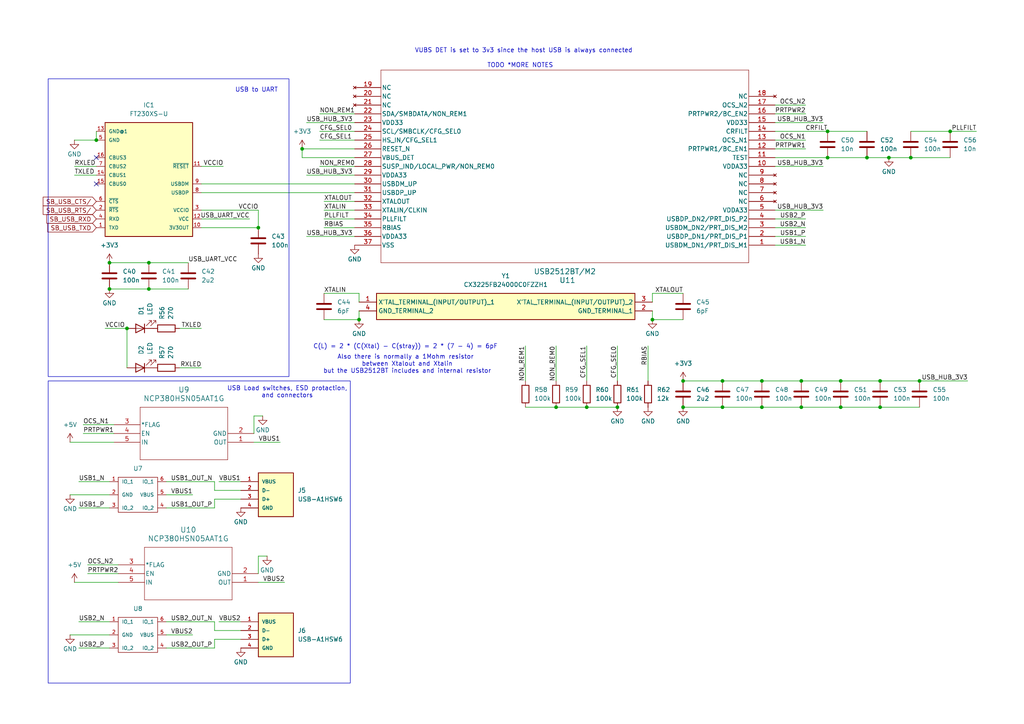
<source format=kicad_sch>
(kicad_sch (version 20250114) (generator "eeschema") (generator_version "9.0")
  (paper "A4")
  (lib_symbols
    (symbol "Device:C" (pin_numbers (hide yes)) (pin_names (offset 0.254))
      (property "Reference" "C" (at 0.635 2.54 0))
      (property "Value" "C" (at 0.635 -2.54 0))
      (symbol "C_0_1"
        (polyline (pts (xy -2.032 0.762) (xy 2.032 0.762)) (stroke (width 0.508)))
        (polyline (pts (xy -2.032 -0.762) (xy 2.032 -0.762)) (stroke (width 0.508)))
      )
      (symbol "C_1_1"
        (pin passive line (at 0 3.81 270) (length 2.794) (name "~") (number "1"))
        (pin passive line (at 0 -3.81 90) (length 2.794) (name "~") (number "2"))
      )
    )
    (symbol "Device:LED" (pin_numbers (hide yes)) (pin_names (offset 1.016) (hide yes))
      (property "Reference" "D" (at 0 2.54 0))
      (property "Value" "LED" (at 0 -2.54 0))
      (symbol "LED_0_1"
        (polyline (pts (xy -3.048 -0.762) (xy -4.572 -2.286) (xy -3.81 -2.286) (xy -4.572 -2.286) (xy -4.572 -1.524)))
        (polyline (pts (xy -1.778 -0.762) (xy -3.302 -2.286) (xy -2.54 -2.286) (xy -3.302 -2.286) (xy -3.302 -1.524)))
        (polyline (pts (xy -1.27 0) (xy 1.27 0)))
        (polyline (pts (xy -1.27 -1.27) (xy -1.27 1.27)) (stroke (width 0.254)))
        (polyline (pts (xy 1.27 -1.27) (xy 1.27 1.27) (xy -1.27 0) (xy 1.27 -1.27)) (stroke (width 0.254)))
      )
      (symbol "LED_1_1"
        (pin passive line (at -3.81 0 0) (length 2.54) (name "K") (number "1"))
        (pin passive line (at 3.81 0 180) (length 2.54) (name "A") (number "2"))
      )
    )
    (symbol "Device:R" (pin_numbers (hide yes)) (pin_names (offset 0))
      (property "Reference" "R" (at 2.032 0 90))
      (property "Value" "R" (at 0 0 90))
      (symbol "R_0_1"
        (rectangle (start -1.016 -2.54) (end 1.016 2.54) (stroke (width 0.254)))
      )
      (symbol "R_1_1"
        (pin passive line (at 0 3.81 270) (length 1.27) (name "~") (number "1"))
        (pin passive line (at 0 -3.81 90) (length 1.27) (name "~") (number "2"))
      )
    )
    (symbol "Test:CX3225FB24000C0FZZH1"
      (property "Reference" "Y" (at 24.13 7.366 0))
      (property "Value" "CX3225FB24000C0FZZH1" (at 24.13 4.826 0))
      (symbol "CX3225FB24000C0FZZH1_1_1"
        (rectangle (start 5.08 2.54) (end 80.01 -5.08) (stroke (width 0.254)) (fill (type background)))
        (pin passive line (at 0 0 0) (length 5.08) (name "X'TAL_TERMINAL_(INPUT/OUTPUT)_1") (number "1"))
        (pin passive line (at 0 -2.54 0) (length 5.08) (name "GND_TERMINAL_2") (number "4"))
        (pin passive line (at 85.09 0 180) (length 5.08) (name "X'TAL_TERMINAL_(INPUT/OUTPUT)_2") (number "3"))
        (pin passive line (at 85.09 -2.54 180) (length 5.08) (name "GND_TERMINAL_1") (number "2"))
      )
    )
    (symbol "Test:FT230XS-U" (pin_names (offset 1.016))
      (property "Reference" "IC" (at -12.7127 11.4414 0))
      (property "Value" "FT230XS-U" (at -12.7296 -25.4593 0))
      (symbol "FT230XS-U_0_0"
        (rectangle (start -12.7 -22.86) (end 12.7 10.16) (stroke (width 0.254)) (fill (type background)))
        (pin output line (at -15.24 7.62 0) (length 2.54) (name "3V3OUT") (number "10"))
        (pin power_in line (at -15.24 5.08 0) (length 2.54) (name "VCC") (number "12"))
        (pin power_in line (at -15.24 2.54 0) (length 2.54) (name "VCCIO") (number "3"))
        (pin input line (at -15.24 -2.54 0) (length 2.54) (name "USBDP") (number "8"))
        (pin input line (at -15.24 -5.08 0) (length 2.54) (name "USBDM") (number "9"))
        (pin input line (at -15.24 -10.16 0) (length 2.54) (name "~{RESET}") (number "11"))
        (pin output line (at 15.24 7.62 180) (length 2.54) (name "TXD") (number "1"))
        (pin input line (at 15.24 5.08 180) (length 2.54) (name "RXD") (number "4"))
        (pin output line (at 15.24 2.54 180) (length 2.54) (name "~{RTS}") (number "2"))
        (pin input line (at 15.24 0 180) (length 2.54) (name "~{CTS}") (number "6"))
        (pin bidirectional line (at 15.24 -5.08 180) (length 2.54) (name "CBUS0") (number "15"))
        (pin bidirectional line (at 15.24 -7.62 180) (length 2.54) (name "CBUS1") (number "14"))
        (pin bidirectional line (at 15.24 -10.16 180) (length 2.54) (name "CBUS2") (number "7"))
        (pin bidirectional line (at 15.24 -12.7 180) (length 2.54) (name "CBUS3") (number "16"))
        (pin power_in line (at 15.24 -17.78 180) (length 2.54) (name "GND") (number "5"))
        (pin power_in line (at 15.24 -20.32 180) (length 2.54) (name "GND@1") (number "13"))
      )
    )
    (symbol "Test:NCP380HSN05AAT1G" (pin_names (offset 0.254))
      (property "Reference" "U" (at 20.32 10.16 0))
      (property "Value" "NCP380HSN05AAT1G" (at 20.32 7.62 0))
      (symbol "NCP380HSN05AAT1G_0_1"
        (polyline (pts (xy 7.62 5.08) (xy 7.62 -10.16)) (stroke (width 0.127)))
        (polyline (pts (xy 7.62 -10.16) (xy 33.02 -10.16)) (stroke (width 0.127)))
        (polyline (pts (xy 33.02 5.08) (xy 7.62 5.08)) (stroke (width 0.127)))
        (polyline (pts (xy 33.02 -10.16) (xy 33.02 5.08)) (stroke (width 0.127)))
        (pin output line (at 0 0 0) (length 7.62) (name "OUT") (number "1"))
        (pin power_in line (at 0 -2.54 0) (length 7.62) (name "GND") (number "2"))
        (pin input line (at 40.64 0 180) (length 7.62) (name "IN") (number "5"))
        (pin input line (at 40.64 -2.54 180) (length 7.62) (name "EN") (number "4"))
        (pin output line (at 40.64 -5.08 180) (length 7.62) (name "*FLAG") (number "3"))
      )
    )
    (symbol "Test:USB-A1HSW6" (pin_names (offset 1.016))
      (property "Reference" "J" (at -5.0818 8.898 0))
      (property "Value" "USB-A1HSW6" (at -5.0836 -7.6344 0))
      (symbol "USB-A1HSW6_0_0"
        (rectangle (start -5.08 -5.08) (end 5.08 7.62) (stroke (width 0.254)) (fill (type background)))
        (pin power_in line (at -10.16 5.08 0) (length 5.08) (name "VBUS") (number "1"))
        (pin bidirectional line (at -10.16 2.54 0) (length 5.08) (name "D-") (number "2"))
        (pin bidirectional line (at -10.16 0 0) (length 5.08) (name "D+") (number "3"))
        (pin power_in line (at -10.16 -2.54 0) (length 5.08) (name "GND") (number "4"))
      )
    )
    (symbol "Test:USB2512BT_M2" (pin_names (offset 0.254))
      (property "Reference" "U" (at 60.96 10.16 0))
      (property "Value" "USB2512BT/M2" (at 60.96 7.62 0))
      (symbol "USB2512BT_M2_0_1"
        (polyline (pts (xy 7.62 5.08) (xy 7.62 -50.8)) (stroke (width 0.127)))
        (polyline (pts (xy 7.62 -50.8) (xy 114.3 -50.8)) (stroke (width 0.127)))
        (polyline (pts (xy 114.3 5.08) (xy 7.62 5.08)) (stroke (width 0.127)))
        (polyline (pts (xy 114.3 -50.8) (xy 114.3 5.08)) (stroke (width 0.127)))
        (pin bidirectional line (at 0 0 0) (length 7.62) (name "USBDM_DN1/PRT_DIS_M1") (number "1"))
        (pin bidirectional line (at 0 -2.54 0) (length 7.62) (name "USBDP_DN1/PRT_DIS_P1") (number "2"))
        (pin bidirectional line (at 0 -5.08 0) (length 7.62) (name "USBDM_DN2/PRT_DIS_M2") (number "3"))
        (pin bidirectional line (at 0 -7.62 0) (length 7.62) (name "USBDP_DN2/PRT_DIS_P2") (number "4"))
        (pin power_in line (at 0 -10.16 0) (length 7.62) (name "VDDA33") (number "5"))
        (pin no_connect line (at 0 -12.7 0) (length 7.62) (name "NC") (number "6"))
        (pin no_connect line (at 0 -15.24 0) (length 7.62) (name "NC") (number "7"))
        (pin no_connect line (at 0 -17.78 0) (length 7.62) (name "NC") (number "8"))
        (pin no_connect line (at 0 -20.32 0) (length 7.62) (name "NC") (number "9"))
        (pin power_in line (at 0 -22.86 0) (length 7.62) (name "VDDA33") (number "10"))
        (pin input line (at 0 -25.4 0) (length 7.62) (name "TEST") (number "11"))
        (pin bidirectional line (at 0 -27.94 0) (length 7.62) (name "PRTPWR1/BC_EN1") (number "12"))
        (pin input line (at 0 -30.48 0) (length 7.62) (name "OCS_N1") (number "13"))
        (pin power_in line (at 0 -33.02 0) (length 7.62) (name "CRFILT") (number "14"))
        (pin power_in line (at 0 -35.56 0) (length 7.62) (name "VDD33") (number "15"))
        (pin bidirectional line (at 0 -38.1 0) (length 7.62) (name "PRTPWR2/BC_EN2") (number "16"))
        (pin input line (at 0 -40.64 0) (length 7.62) (name "OCS_N2") (number "17"))
        (pin no_connect line (at 0 -43.18 0) (length 7.62) (name "NC") (number "18"))
        (pin power_out line (at 121.92 0 180) (length 7.62) (name "VSS") (number "37"))
        (pin power_in line (at 121.92 -2.54 180) (length 7.62) (name "VDDA33") (number "36"))
        (pin input line (at 121.92 -5.08 180) (length 7.62) (name "RBIAS") (number "35"))
        (pin power_in line (at 121.92 -7.62 180) (length 7.62) (name "PLLFILT") (number "34"))
        (pin input line (at 121.92 -10.16 180) (length 7.62) (name "XTALIN/CLKIN") (number "33"))
        (pin output line (at 121.92 -12.7 180) (length 7.62) (name "XTALOUT") (number "32"))
        (pin bidirectional line (at 121.92 -15.24 180) (length 7.62) (name "USBDP_UP") (number "31"))
        (pin bidirectional line (at 121.92 -17.78 180) (length 7.62) (name "USBDM_UP") (number "30"))
        (pin power_in line (at 121.92 -20.32 180) (length 7.62) (name "VDDA33") (number "29"))
        (pin bidirectional line (at 121.92 -22.86 180) (length 7.62) (name "SUSP_IND/LOCAL_PWR/NON_REM0") (number "28"))
        (pin input line (at 121.92 -25.4 180) (length 7.62) (name "VBUS_DET") (number "27"))
        (pin input line (at 121.92 -27.94 180) (length 7.62) (name "RESET_N") (number "26"))
        (pin bidirectional line (at 121.92 -30.48 180) (length 7.62) (name "HS_IN/CFG_SEL1") (number "25"))
        (pin bidirectional line (at 121.92 -33.02 180) (length 7.62) (name "SCL/SMBCLK/CFG_SEL0") (number "24"))
        (pin power_in line (at 121.92 -35.56 180) (length 7.62) (name "VDD33") (number "23"))
        (pin bidirectional line (at 121.92 -38.1 180) (length 7.62) (name "SDA/SMBDATA/NON_REM1") (number "22"))
        (pin no_connect line (at 121.92 -40.64 180) (length 7.62) (name "NC") (number "21"))
        (pin no_connect line (at 121.92 -43.18 180) (length 7.62) (name "NC") (number "20"))
        (pin no_connect line (at 121.92 -45.72 180) (length 7.62) (name "NC") (number "19"))
      )
    )
    (symbol "Test:USBLC6-2SC6" (pin_names (offset 1.016))
      (property "Reference" "U" (at -15.2693 17.8093 0))
      (symbol "USBLC6-2SC6_0_1"
        (rectangle (start 0 0) (end 11.43 -10.16))
      )
      (symbol "USBLC6-2SC6_1_0"
        (pin bidirectional line (at -2.54 -1.27 0) (length 2.54) (name "IO_1") (number "1"))
        (pin power_in line (at -2.54 -5.08 0) (length 2.54) (name "GND") (number "2"))
        (pin bidirectional line (at -2.54 -8.89 0) (length 2.54) (name "IO_2") (number "3"))
        (pin bidirectional line (at 13.97 -1.27 180) (length 2.54) (name "IO_1") (number "6"))
        (pin power_in line (at 13.97 -5.08 180) (length 2.54) (name "VBUS") (number "5"))
        (pin bidirectional line (at 13.97 -8.89 180) (length 2.54) (name "IO_2") (number "4"))
      )
    )
    (symbol "power:+3V3" (power) (pin_numbers (hide yes)) (pin_names (offset 0) (hide yes))
      (property "Value" "+3V3" (at 0 3.556 0))
      (symbol "+3V3_0_1"
        (polyline (pts (xy -0.762 1.27) (xy 0 2.54)))
        (polyline (pts (xy 0 2.54) (xy 0.762 1.27)))
        (polyline (pts (xy 0 0) (xy 0 2.54)))
      )
      (symbol "+3V3_1_1"
        (pin power_in line (at 0 0 90) (length 0) (name "~") (number "1"))
      )
    )
    (symbol "power:+5V" (power) (pin_numbers (hide yes)) (pin_names (offset 0) (hide yes))
      (property "Value" "+5V" (at 0 3.556 0))
      (symbol "+5V_0_1"
        (polyline (pts (xy -0.762 1.27) (xy 0 2.54)))
        (polyline (pts (xy 0 2.54) (xy 0.762 1.27)))
        (polyline (pts (xy 0 0) (xy 0 2.54)))
      )
      (symbol "+5V_1_1"
        (pin power_in line (at 0 0 90) (length 0) (name "~") (number "1"))
      )
    )
    (symbol "power:GND" (power) (pin_numbers (hide yes)) (pin_names (offset 0) (hide yes))
      (property "Value" "GND" (at 0 -3.81 0))
      (symbol "GND_0_1"
        (polyline (pts (xy 0 0) (xy 0 -1.27) (xy 1.27 -1.27) (xy 0 -2.54) (xy -1.27 -1.27) (xy 0 -1.27)))
      )
      (symbol "GND_1_1"
        (pin power_in line (at 0 0 270) (length 0) (name "~") (number "1"))
      )
    )
  )
  (rectangle (start 13.97 22.86) (end 83.82 109.22))
  (rectangle (start 13.97 110.49) (end 101.6 198.12))
  (text "USB to UART\n" (at 74.422 26.162 0) (effects (font (size 1.27 1.27))))
  (text "C(L) = 2 * (C(Xtal) - C(stray)) = 2 * (7 - 4) = 6pF\n" (at 117.602 100.584 0) (effects (font (size 1.27 1.27))))
  (text "Also there is normally a 1Mohm resistor \nbetween Xtalout and Xtalin\nbut the USB2512BT includes and internal resistor\n" (at 118.11 105.664 0) (effects (font (size 1.27 1.27))))
  (text "TODO *MORE NOTES" (at 150.876 19.05 0) (effects (font (size 1.27 1.27))))
  (text "VUBS DET is set to 3v3 since the host USB is always connected" (at 151.892 14.732 0) (effects (font (size 1.27 1.27))))
  (text "USB Load switches, ESD protaction,\nand connectors\n\n" (at 83.312 114.808 0) (effects (font (size 1.27 1.27))))
  (junction (at 179.07 118.11))
  (junction (at 189.23 92.71))
  (junction (at 161.29 118.11))
  (junction (at 232.41 118.11))
  (junction (at 104.14 92.71))
  (junction (at 74.93 66.04))
  (junction (at 198.12 110.49))
  (junction (at 257.81 45.72))
  (junction (at 243.84 118.11))
  (junction (at 170.18 118.11))
  (junction (at 31.75 76.2))
  (junction (at 209.55 118.11))
  (junction (at 220.98 118.11))
  (junction (at 240.03 45.72))
  (junction (at 240.03 38.1))
  (junction (at 31.75 83.82))
  (junction (at 36.83 95.25))
  (junction (at 209.55 110.49))
  (junction (at 251.46 45.72))
  (junction (at 264.16 45.72))
  (junction (at 243.84 110.49))
  (junction (at 255.27 118.11))
  (junction (at 43.18 76.2))
  (junction (at 220.98 110.49))
  (junction (at 198.12 118.11))
  (junction (at 43.18 83.82))
  (junction (at 255.27 110.49))
  (junction (at 87.63 43.18))
  (junction (at 266.7 110.49))
  (junction (at 275.59 38.1))
  (junction (at 232.41 110.49))
  (junction (at 27.94 40.64))
  (no_connect (at 27.94 53.34))
  (no_connect (at 27.94 45.72))
  (wire (pts (xy 20.32 184.15) (xy 31.75 184.15)))
  (wire (pts (xy 58.42 55.88) (xy 102.87 55.88)))
  (wire (pts (xy 170.18 118.11) (xy 179.07 118.11)))
  (wire (pts (xy 24.13 123.19) (xy 33.02 123.19)))
  (wire (pts (xy 62.23 142.24) (xy 69.85 142.24)))
  (wire (pts (xy 198.12 118.11) (xy 209.55 118.11)))
  (wire (pts (xy 74.93 168.91) (xy 82.55 168.91)))
  (wire (pts (xy 92.71 40.64) (xy 102.87 40.64)))
  (wire (pts (xy 104.14 85.09) (xy 93.98 85.09)))
  (wire (pts (xy 27.94 48.26) (xy 21.59 48.26)))
  (wire (pts (xy 209.55 118.11) (xy 220.98 118.11)))
  (wire (pts (xy 187.96 100.33) (xy 187.96 110.49)))
  (wire (pts (xy 87.63 45.72) (xy 102.87 45.72)))
  (wire (pts (xy 240.03 45.72) (xy 251.46 45.72)))
  (wire (pts (xy 43.18 83.82) (xy 54.61 83.82)))
  (wire (pts (xy 73.66 128.27) (xy 81.28 128.27)))
  (wire (pts (xy 189.23 92.71) (xy 198.12 92.71)))
  (wire (pts (xy 189.23 87.63) (xy 189.23 85.09)))
  (wire (pts (xy 73.66 120.65) (xy 76.2 120.65)))
  (wire (pts (xy 24.13 125.73) (xy 33.02 125.73)))
  (wire (pts (xy 161.29 118.11) (xy 170.18 118.11)))
  (wire (pts (xy 243.84 118.11) (xy 255.27 118.11)))
  (wire (pts (xy 264.16 38.1) (xy 275.59 38.1)))
  (wire (pts (xy 280.67 110.49) (xy 266.7 110.49)))
  (wire (pts (xy 43.18 76.2) (xy 54.61 76.2)))
  (wire (pts (xy 189.23 90.17) (xy 189.23 92.71)))
  (wire (pts (xy 62.23 147.32) (xy 48.26 147.32)))
  (wire (pts (xy 25.4 163.83) (xy 34.29 163.83)))
  (wire (pts (xy 152.4 100.33) (xy 152.4 110.49)))
  (wire (pts (xy 74.93 60.96) (xy 74.93 66.04)))
  (wire (pts (xy 52.07 95.25) (xy 58.42 95.25)))
  (wire (pts (xy 93.98 60.96) (xy 102.87 60.96)))
  (wire (pts (xy 233.68 33.02) (xy 224.79 33.02)))
  (wire (pts (xy 251.46 38.1) (xy 240.03 38.1)))
  (wire (pts (xy 233.68 71.12) (xy 224.79 71.12)))
  (wire (pts (xy 36.83 95.25) (xy 36.83 106.68)))
  (wire (pts (xy 25.4 166.37) (xy 34.29 166.37)))
  (wire (pts (xy 198.12 110.49) (xy 209.55 110.49)))
  (wire (pts (xy 62.23 144.78) (xy 69.85 144.78)))
  (wire (pts (xy 48.26 143.51) (xy 55.88 143.51)))
  (wire (pts (xy 92.71 48.26) (xy 102.87 48.26)))
  (wire (pts (xy 62.23 185.42) (xy 62.23 187.96)))
  (wire (pts (xy 88.9 35.56) (xy 102.87 35.56)))
  (wire (pts (xy 74.93 161.29) (xy 74.93 166.37)))
  (wire (pts (xy 88.9 50.8) (xy 102.87 50.8)))
  (wire (pts (xy 93.98 66.04) (xy 102.87 66.04)))
  (wire (pts (xy 93.98 58.42) (xy 102.87 58.42)))
  (wire (pts (xy 224.79 45.72) (xy 240.03 45.72)))
  (wire (pts (xy 62.23 180.34) (xy 48.26 180.34)))
  (wire (pts (xy 92.71 33.02) (xy 102.87 33.02)))
  (wire (pts (xy 161.29 100.33) (xy 161.29 110.49)))
  (wire (pts (xy 62.23 182.88) (xy 69.85 182.88)))
  (wire (pts (xy 232.41 110.49) (xy 243.84 110.49)))
  (wire (pts (xy 58.42 66.04) (xy 74.93 66.04)))
  (wire (pts (xy 74.93 161.29) (xy 77.47 161.29)))
  (wire (pts (xy 189.23 85.09) (xy 198.12 85.09)))
  (wire (pts (xy 27.94 38.1) (xy 27.94 40.64)))
  (wire (pts (xy 220.98 118.11) (xy 232.41 118.11)))
  (wire (pts (xy 73.66 120.65) (xy 73.66 125.73)))
  (wire (pts (xy 238.76 60.96) (xy 224.79 60.96)))
  (wire (pts (xy 243.84 110.49) (xy 255.27 110.49)))
  (wire (pts (xy 104.14 92.71) (xy 93.98 92.71)))
  (wire (pts (xy 72.39 63.5) (xy 58.42 63.5)))
  (wire (pts (xy 31.75 76.2) (xy 43.18 76.2)))
  (wire (pts (xy 255.27 110.49) (xy 266.7 110.49)))
  (wire (pts (xy 233.68 63.5) (xy 224.79 63.5)))
  (wire (pts (xy 92.71 38.1) (xy 102.87 38.1)))
  (wire (pts (xy 233.68 66.04) (xy 224.79 66.04)))
  (wire (pts (xy 232.41 118.11) (xy 243.84 118.11)))
  (wire (pts (xy 30.48 95.25) (xy 36.83 95.25)))
  (wire (pts (xy 48.26 139.7) (xy 62.23 139.7)))
  (wire (pts (xy 62.23 144.78) (xy 62.23 147.32)))
  (wire (pts (xy 48.26 184.15) (xy 55.88 184.15)))
  (wire (pts (xy 62.23 180.34) (xy 62.23 182.88)))
  (wire (pts (xy 93.98 63.5) (xy 102.87 63.5)))
  (wire (pts (xy 22.86 187.96) (xy 31.75 187.96)))
  (wire (pts (xy 27.94 50.8) (xy 21.59 50.8)))
  (wire (pts (xy 275.59 38.1) (xy 283.21 38.1)))
  (wire (pts (xy 20.32 143.51) (xy 31.75 143.51)))
  (wire (pts (xy 22.86 147.32) (xy 31.75 147.32)))
  (wire (pts (xy 69.85 180.34) (xy 63.5 180.34)))
  (wire (pts (xy 264.16 45.72) (xy 275.59 45.72)))
  (wire (pts (xy 209.55 110.49) (xy 220.98 110.49)))
  (wire (pts (xy 170.18 100.33) (xy 170.18 110.49)))
  (wire (pts (xy 62.23 139.7) (xy 62.23 142.24)))
  (wire (pts (xy 20.32 128.27) (xy 33.02 128.27)))
  (wire (pts (xy 62.23 187.96) (xy 48.26 187.96)))
  (wire (pts (xy 104.14 90.17) (xy 104.14 92.71)))
  (wire (pts (xy 104.14 87.63) (xy 104.14 85.09)))
  (wire (pts (xy 238.76 35.56) (xy 224.79 35.56)))
  (wire (pts (xy 179.07 100.33) (xy 179.07 110.49)))
  (wire (pts (xy 62.23 185.42) (xy 69.85 185.42)))
  (wire (pts (xy 58.42 60.96) (xy 74.93 60.96)))
  (wire (pts (xy 88.9 68.58) (xy 102.87 68.58)))
  (wire (pts (xy 87.63 43.18) (xy 102.87 43.18)))
  (wire (pts (xy 31.75 83.82) (xy 43.18 83.82)))
  (wire (pts (xy 152.4 118.11) (xy 161.29 118.11)))
  (wire (pts (xy 224.79 38.1) (xy 240.03 38.1)))
  (wire (pts (xy 21.59 168.91) (xy 34.29 168.91)))
  (wire (pts (xy 21.59 40.64) (xy 27.94 40.64)))
  (wire (pts (xy 233.68 43.18) (xy 224.79 43.18)))
  (wire (pts (xy 22.86 180.34) (xy 31.75 180.34)))
  (wire (pts (xy 233.68 30.48) (xy 224.79 30.48)))
  (wire (pts (xy 69.85 139.7) (xy 63.5 139.7)))
  (wire (pts (xy 251.46 45.72) (xy 257.81 45.72)))
  (wire (pts (xy 220.98 110.49) (xy 232.41 110.49)))
  (wire (pts (xy 58.42 53.34) (xy 102.87 53.34)))
  (wire (pts (xy 87.63 45.72) (xy 87.63 43.18)))
  (wire (pts (xy 58.42 48.26) (xy 64.77 48.26)))
  (wire (pts (xy 238.76 48.26) (xy 224.79 48.26)))
  (wire (pts (xy 22.86 139.7) (xy 31.75 139.7)))
  (wire (pts (xy 233.68 68.58) (xy 224.79 68.58)))
  (wire (pts (xy 233.68 40.64) (xy 224.79 40.64)))
  (wire (pts (xy 257.81 45.72) (xy 264.16 45.72)))
  (wire (pts (xy 255.27 118.11) (xy 266.7 118.11)))
  (wire (pts (xy 52.07 106.68) (xy 58.42 106.68)))
  (label "USB2_P" (at 233.68 63.5 180))
  (label "VCCIO" (at 30.48 95.25 0))
  (label "VCCIO" (at 74.93 60.96 180))
  (label "USB1_OUT_P" (at 49.53 147.32 0))
  (label "NON_REM1" (at 92.71 33.02 0))
  (label "USB1_N" (at 233.68 71.12 180))
  (label "VBUS2" (at 82.55 168.91 180))
  (label "VBUS2" (at 55.88 184.15 180))
  (label "USB1_N" (at 22.86 139.7 0))
  (label "CFG_SEL1" (at 170.18 100.33 270))
  (label "CFG_SEL1" (at 92.71 40.64 0))
  (label "RXLED" (at 21.59 48.26 0))
  (label "XTALOUT" (at 93.98 58.42 0))
  (label "VBUS2" (at 63.5 180.34 0))
  (label "CRFILT" (at 240.03 38.1 180))
  (label "XTALOUT" (at 198.12 85.09 180))
  (label "USB_UART_VCC" (at 54.61 76.2 0))
  (label "PRTPWR1" (at 24.13 125.73 0))
  (label "PRTPWR2" (at 25.4 166.37 0))
  (label "USB_HUB_3V3" (at 88.9 50.8 0))
  (label "VBUS1" (at 63.5 139.7 0))
  (label "USB2_OUT_N" (at 49.53 180.34 0))
  (label "USB_HUB_3V3" (at 280.67 110.49 180))
  (label "CFG_SEL0" (at 92.71 38.1 0))
  (label "OCS_N2" (at 25.4 163.83 0))
  (label "XTALIN" (at 93.98 85.09 0))
  (label "USB2_OUT_P" (at 49.53 187.96 0))
  (label "USB1_P" (at 22.86 147.32 0))
  (label "PRTPWR1" (at 233.68 43.18 180))
  (label "VBUS1" (at 81.28 128.27 180))
  (label "USB2_N" (at 233.68 66.04 180))
  (label "OCS_N2" (at 233.68 30.48 180))
  (label "USB2_N" (at 22.86 180.34 0))
  (label "PLLFILT" (at 93.98 63.5 0))
  (label "USB_HUB_3V3" (at 238.76 60.96 180))
  (label "USB_HUB_3V3" (at 238.76 35.56 180))
  (label "TXLED" (at 21.59 50.8 0))
  (label "USB_HUB_3V3" (at 88.9 68.58 0))
  (label "USB_HUB_3V3" (at 238.76 48.26 180))
  (label "USB1_OUT_N" (at 49.53 139.7 0))
  (label "PLLFILT" (at 283.21 38.1 180))
  (label "NON_REM1" (at 152.4 100.33 270))
  (label "USB_UART_VCC" (at 72.39 63.5 180))
  (label "RBIAS" (at 93.98 66.04 0))
  (label "USB_HUB_3V3" (at 88.9 35.56 0))
  (label "NON_REM0" (at 92.71 48.26 0))
  (label "CFG_SEL0" (at 179.07 100.33 270))
  (label "USB1_P" (at 233.68 68.58 180))
  (label "RXLED" (at 58.42 106.68 180))
  (label "XTALIN" (at 93.98 60.96 0))
  (label "USB2_P" (at 22.86 187.96 0))
  (label "PRTPWR2" (at 233.68 33.02 180))
  (label "OCS_N1" (at 24.13 123.19 0))
  (label "OCS_N1" (at 233.68 40.64 180))
  (label "RBIAS" (at 187.96 100.33 270))
  (label "VCCIO" (at 64.77 48.26 180))
  (label "TXLED" (at 58.42 95.25 180))
  (label "NON_REM0" (at 161.29 100.33 270))
  (label "VBUS1" (at 55.88 143.51 180))
  (global_label "SB_USB_RTS{slash}" (shape input) (at 27.94 60.96 180) (property "Intersheetrefs" "${INTERSHEET_REFS}" (effects (hide yes))))
  (global_label "SB_USB_TXD" (shape input) (at 27.94 66.04 180) (property "Intersheetrefs" "${INTERSHEET_REFS}" (effects (hide yes))))
  (global_label "SB_USB_RXD" (shape input) (at 27.94 63.5 180) (property "Intersheetrefs" "${INTERSHEET_REFS}" (effects (hide yes))))
  (global_label "SB_USB_CTS{slash}" (shape input) (at 27.94 58.42 180) (property "Intersheetrefs" "${INTERSHEET_REFS}" (effects (hide yes))))
  (symbol (lib_id "power:+3V3") (at 31.75 76.2 0) (unit 1)
    (property "Reference" "#PWR0141" (effects (hide yes)))
    (property "Value" "+3V3" (at 31.75 71.12 0))
    (property "Description" "Power symbol creates a global label with name \"+3V3\"" (effects (hide yes)))
  )
  (symbol (lib_id "Device:C") (at 232.41 114.3 0) (unit 1)
    (property "Reference" "C49" (at 236.22 113.0299 0) (effects (justify left)))
    (property "Value" "100n" (at 236.22 115.5699 0) (effects (justify left)))
    (property "Description" "Unpolarized capacitor" (effects (hide yes)))
  )
  (symbol (lib_id "power:GND") (at 102.87 71.12 0) (unit 1)
    (property "Reference" "#PWR0132" (effects (hide yes)))
    (property "Value" "GND" (at 102.87 75.184 0))
    (property "Description" "Power symbol creates a global label with name \"GND\" , ground" (effects (hide yes)))
  )
  (symbol (lib_id "Test:FT230XS-U") (at 43.18 58.42 180) (unit 1)
    (property "Reference" "IC1" (at 43.18 30.48 0))
    (property "Value" "FT230XS-U" (at 43.18 33.02 0))
    (property "Footprint" "FT230XS-U:SSOP16" (effects (hide yes)))
    (property "MF" "FTDI," (effects (hide yes)))
    (property "Description_1" "USB Bridge, USB to UART USB 2.0 UART Interface 16-SSOP" (effects (hide yes)))
    (property "Package" "SSOP-16 FTDI," (effects (hide yes)))
    (property "Price" "None" (effects (hide yes)))
    (property "SnapEDA_Link" "https://www.snapeda.com/parts/FT230XS-U/FTDI/view-part/?ref=snap" (effects (hide yes)))
    (property "MP" "FT230XS-U" (effects (hide yes)))
    (property "Purchase-URL" "https://www.snapeda.com/api/url_track_click_mouser/?unipart_id=1099796&manufacturer=FTDI,&part_name=FT230XS-U&search_term=None" (effects (hide yes)))
    (property "Availability" "In Stock" (effects (hide yes)))
    (property "Check_prices" "https://www.snapeda.com/parts/FT230XS-U/FTDI/view-part/?ref=eda" (effects (hide yes)))
  )
  (symbol (lib_id "power:GND") (at 189.23 92.71 0) (unit 1)
    (property "Reference" "#PWR0147" (effects (hide yes)))
    (property "Value" "GND" (at 189.23 96.774 0))
    (property "Description" "Power symbol creates a global label with name \"GND\" , ground" (effects (hide yes)))
  )
  (symbol (lib_id "Device:C") (at 251.46 41.91 0) (unit 1)
    (property "Reference" "C52" (at 255.27 40.6399 0) (effects (justify left)))
    (property "Value" "100n" (at 255.27 43.1799 0) (effects (justify left)))
    (property "Description" "Unpolarized capacitor" (effects (hide yes)))
  )
  (symbol (lib_id "power:GND") (at 20.32 184.15 0) (unit 1)
    (property "Reference" "#PWR0133" (effects (hide yes)))
    (property "Value" "GND" (at 20.32 188.214 0))
    (property "Description" "Power symbol creates a global label with name \"GND\" , ground" (effects (hide yes)))
  )
  (symbol (lib_id "power:+5V") (at 21.59 168.91 0) (unit 1)
    (property "Reference" "#PWR0134" (effects (hide yes)))
    (property "Value" "+5V" (at 21.59 163.83 0))
    (property "Description" "Power symbol creates a global label with name \"+5V\"" (effects (hide yes)))
  )
  (symbol (lib_id "power:GND") (at 69.85 187.96 0) (unit 1)
    (property "Reference" "#PWR0135" (effects (hide yes)))
    (property "Value" "GND" (at 69.85 192.024 0))
    (property "Description" "Power symbol creates a global label with name \"GND\" , ground" (effects (hide yes)))
  )
  (symbol (lib_id "Device:C") (at 54.61 80.01 0) (unit 1)
    (property "Reference" "C42" (at 58.42 78.7399 0) (effects (justify left)))
    (property "Value" "2u2" (at 58.42 81.2799 0) (effects (justify left)))
    (property "Description" "Unpolarized capacitor" (effects (hide yes)))
  )
  (symbol (lib_id "power:GND") (at 31.75 83.82 0) (unit 1)
    (property "Reference" "#PWR0144" (effects (hide yes)))
    (property "Value" "GND" (at 31.75 87.884 0))
    (property "Description" "Power symbol creates a global label with name \"GND\" , ground" (effects (hide yes)))
  )
  (symbol (lib_id "Device:C") (at 74.93 69.85 0) (unit 1)
    (property "Reference" "C43" (at 78.74 68.5799 0) (effects (justify left)))
    (property "Value" "100n" (at 78.74 71.1199 0) (effects (justify left)))
    (property "Description" "Unpolarized capacitor" (effects (hide yes)))
  )
  (symbol (lib_id "Device:C") (at 198.12 88.9 0) (unit 1)
    (property "Reference" "C45" (at 201.93 87.6299 0) (effects (justify left)))
    (property "Value" "6pF" (at 201.93 90.1699 0) (effects (justify left)))
    (property "Description" "Unpolarized capacitor" (effects (hide yes)))
  )
  (symbol (lib_id "Device:C") (at 240.03 41.91 0) (unit 1)
    (property "Reference" "C50" (at 243.84 40.6399 0) (effects (justify left)))
    (property "Value" "10n" (at 243.84 43.1799 0) (effects (justify left)))
    (property "Description" "Unpolarized capacitor" (effects (hide yes)))
  )
  (symbol (lib_id "Device:R") (at 152.4 114.3 0) (unit 1)
    (property "Reference" "R58" (at 154.94 113.0299 0) (effects (justify left)))
    (property "Value" "100k" (at 154.94 115.5699 0) (effects (justify left)))
    (property "Description" "Resistor" (effects (hide yes)))
  )
  (symbol (lib_id "Device:C") (at 275.59 41.91 0) (unit 1)
    (property "Reference" "C56" (at 279.4 40.6399 0) (effects (justify left)))
    (property "Value" "10n" (at 279.4 43.1799 0) (effects (justify left)))
    (property "Description" "Unpolarized capacitor" (effects (hide yes)))
  )
  (symbol (lib_id "Device:C") (at 255.27 114.3 0) (unit 1)
    (property "Reference" "C53" (at 259.08 113.0299 0) (effects (justify left)))
    (property "Value" "100n" (at 259.08 115.5699 0) (effects (justify left)))
    (property "Description" "Unpolarized capacitor" (effects (hide yes)))
  )
  (symbol (lib_id "power:GND") (at 198.12 118.11 0) (unit 1)
    (property "Reference" "#PWR0150" (effects (hide yes)))
    (property "Value" "GND" (at 198.12 122.174 0))
    (property "Description" "Power symbol creates a global label with name \"GND\" , ground" (effects (hide yes)))
  )
  (symbol (lib_id "Device:C") (at 264.16 41.91 0) (unit 1)
    (property "Reference" "C54" (at 267.97 40.6399 0) (effects (justify left)))
    (property "Value" "100n" (at 267.97 43.1799 0) (effects (justify left)))
    (property "Description" "Unpolarized capacitor" (effects (hide yes)))
  )
  (symbol (lib_id "power:GND") (at 179.07 118.11 0) (unit 1)
    (property "Reference" "#PWR0149" (effects (hide yes)))
    (property "Value" "GND" (at 179.07 122.174 0))
    (property "Description" "Power symbol creates a global label with name \"GND\" , ground" (effects (hide yes)))
  )
  (symbol (lib_id "Test:USBLC6-2SC6") (at 34.29 179.07 0) (unit 1)
    (property "Reference" "U8" (at 40.005 176.53 0))
    (property "Value" "USBLC6-2SC6" (effects (hide yes)))
    (property "Footprint" "USBLC6-2SC6:SOT95P280X145-6N" (effects (hide yes)))
    (property "Description" "17V Clamp 5A (8/20µs) Ipp Tvs Diode Surface Mount SOT-23-6" (effects (hide yes)))
    (property "DigiKey_Part_Number" "497-5235-1-ND" (effects (hide yes)))
    (property "MF" "STMicroelectronics" (effects (hide yes)))
    (property "PURCHASE-URL" "https://pricing.snapeda.com/search/part/USBLC6-2SC6/?ref=eda" (effects (hide yes)))
    (property "PACKAGE" "SOT-23-6 STMicroelectronics" (effects (hide yes)))
    (property "PRICE" "None" (effects (hide yes)))
    (property "Package" "SOT-23-6 STMicroelectronics" (effects (hide yes)))
    (property "Check_prices" "https://www.snapeda.com/parts/USBLC6-2SC6/STMicroelectronics/view-part/?ref=eda" (effects (hide yes)))
    (property "SnapEDA_Link" "https://www.snapeda.com/parts/USBLC6-2SC6/STMicroelectronics/view-part/?ref=snap" (effects (hide yes)))
    (property "MP" "USBLC6-2SC6" (effects (hide yes)))
    (property "Description_1" "17V Clamp 5A (8/20µs) Ipp Tvs Diode Surface Mount SOT-23-6" (effects (hide yes)))
    (property "AVAILABILITY" "In Stock" (effects (hide yes)))
  )
  (symbol (lib_id "power:GND") (at 77.47 161.29 0) (unit 1)
    (property "Reference" "#PWR0139" (effects (hide yes)))
    (property "Value" "GND" (at 77.47 165.354 0))
    (property "Description" "Power symbol creates a global label with name \"GND\" , ground" (effects (hide yes)))
  )
  (symbol (lib_id "Test:NCP380HSN05AAT1G") (at 73.66 128.27 180) (unit 1)
    (property "Reference" "U9" (at 53.34 113.03 0) (effects (font (size 1.524 1.524))))
    (property "Value" "NCP380HSN05AAT1G" (at 53.34 115.57 0) (effects (font (size 1.524 1.524))))
    (property "Footprint" "TSOP-5_ONS" (effects (hide yes)))
    (property "Datasheet" "NCP380HSN05AAT1G" (effects (hide yes)))
  )
  (symbol (lib_id "power:+3V3") (at 198.12 110.49 0) (unit 1)
    (property "Reference" "#PWR0146" (effects (hide yes)))
    (property "Value" "+3V3" (at 198.12 105.41 0))
    (property "Description" "Power symbol creates a global label with name \"+3V3\"" (effects (hide yes)))
  )
  (symbol (lib_id "Device:LED") (at 40.64 106.68 180) (unit 1)
    (property "Reference" "D2" (at 40.9574 102.87 90) (effects (justify right)))
    (property "Value" "LED" (at 43.4974 102.87 90) (effects (justify right)))
    (property "Description" "Light emitting diode" (effects (hide yes)))
    (property "Sim.Pins" "1=K 2=A" (effects (hide yes)))
  )
  (symbol (lib_id "Test:USB2512BT_M2") (at 224.79 71.12 180) (unit 1)
    (property "Reference" "U11" (at 164.592 81.28 0) (effects (font (size 1.524 1.524))))
    (property "Value" "USB2512BT/M2" (at 163.83 78.74 0) (effects (font (size 1.524 1.524))))
    (property "Footprint" "36SQFN-3706-6X6B_MCH" (effects (hide yes)))
    (property "Datasheet" "USB2512BT/M2" (effects (hide yes)))
  )
  (symbol (lib_id "Test:USBLC6-2SC6") (at 34.29 138.43 0) (unit 1)
    (property "Reference" "U7" (at 40.005 135.89 0))
    (property "Value" "USBLC6-2SC6" (effects (hide yes)))
    (property "Footprint" "USBLC6-2SC6:SOT95P280X145-6N" (effects (hide yes)))
    (property "Description" "17V Clamp 5A (8/20µs) Ipp Tvs Diode Surface Mount SOT-23-6" (effects (hide yes)))
    (property "DigiKey_Part_Number" "497-5235-1-ND" (effects (hide yes)))
    (property "MF" "STMicroelectronics" (effects (hide yes)))
    (property "PURCHASE-URL" "https://pricing.snapeda.com/search/part/USBLC6-2SC6/?ref=eda" (effects (hide yes)))
    (property "PACKAGE" "SOT-23-6 STMicroelectronics" (effects (hide yes)))
    (property "PRICE" "None" (effects (hide yes)))
    (property "Package" "SOT-23-6 STMicroelectronics" (effects (hide yes)))
    (property "Check_prices" "https://www.snapeda.com/parts/USBLC6-2SC6/STMicroelectronics/view-part/?ref=eda" (effects (hide yes)))
    (property "SnapEDA_Link" "https://www.snapeda.com/parts/USBLC6-2SC6/STMicroelectronics/view-part/?ref=snap" (effects (hide yes)))
    (property "MP" "USBLC6-2SC6" (effects (hide yes)))
    (property "Description_1" "17V Clamp 5A (8/20µs) Ipp Tvs Diode Surface Mount SOT-23-6" (effects (hide yes)))
    (property "AVAILABILITY" "In Stock" (effects (hide yes)))
  )
  (symbol (lib_id "power:GND") (at 76.2 120.65 0) (unit 1)
    (property "Reference" "#PWR0136" (effects (hide yes)))
    (property "Value" "GND" (at 76.2 124.714 0))
    (property "Description" "Power symbol creates a global label with name \"GND\" , ground" (effects (hide yes)))
  )
  (symbol (lib_id "Device:LED") (at 40.64 95.25 180) (unit 1)
    (property "Reference" "D1" (at 40.9574 91.44 90) (effects (justify right)))
    (property "Value" "LED" (at 43.4974 91.44 90) (effects (justify right)))
    (property "Description" "Light emitting diode" (effects (hide yes)))
    (property "Sim.Pins" "1=K 2=A" (effects (hide yes)))
  )
  (symbol (lib_id "Device:R") (at 48.26 95.25 90) (unit 1)
    (property "Reference" "R56" (at 46.9899 92.71 0) (effects (justify left)))
    (property "Value" "270" (at 49.5299 92.71 0) (effects (justify left)))
    (property "Description" "Resistor" (effects (hide yes)))
  )
  (symbol (lib_id "Device:R") (at 48.26 106.68 90) (unit 1)
    (property "Reference" "R57" (at 46.9899 104.14 0) (effects (justify left)))
    (property "Value" "270" (at 49.5299 104.14 0) (effects (justify left)))
    (property "Description" "Resistor" (effects (hide yes)))
  )
  (symbol (lib_id "Device:C") (at 243.84 114.3 0) (unit 1)
    (property "Reference" "C51" (at 247.65 113.0299 0) (effects (justify left)))
    (property "Value" "100n" (at 247.65 115.5699 0) (effects (justify left)))
    (property "Description" "Unpolarized capacitor" (effects (hide yes)))
  )
  (symbol (lib_id "power:GND") (at 104.14 92.71 0) (unit 1)
    (property "Reference" "#PWR0130" (effects (hide yes)))
    (property "Value" "GND" (at 104.14 96.774 0))
    (property "Description" "Power symbol creates a global label with name \"GND\" , ground" (effects (hide yes)))
  )
  (symbol (lib_id "power:GND") (at 21.59 40.64 0) (unit 1)
    (property "Reference" "#PWR0143" (effects (hide yes)))
    (property "Value" "GND" (at 21.59 44.704 0))
    (property "Description" "Power symbol creates a global label with name \"GND\" , ground" (effects (hide yes)))
  )
  (symbol (lib_id "Test:CX3225FB24000C0FZZH1") (at 104.14 87.63 0) (unit 1)
    (property "Reference" "Y1" (at 146.685 80.01 0))
    (property "Value" "CX3225FB24000C0FZZH1" (at 146.685 82.55 0))
    (property "Footprint" "CX3225FB24000C0FZZH1" (effects (hide yes)))
    (property "Datasheet" "https://ele.kyocera.com/assets/products/crystal-device/specification/CX3225FB_7pF.pdf" (effects (hide yes)))
    (property "Description" "Crystals 3.2x2.5mm 24MHz 7pF" (effects (hide yes)))
    (property "Height" "0.8" (effects (hide yes)))
    (property "Manufacturer_Name" "Kyocera AVX" (effects (hide yes)))
    (property "Manufacturer_Part_Number" "CX3225FB24000C0FZZH1" (effects (hide yes)))
  )
  (symbol (lib_id "Device:R") (at 161.29 114.3 0) (unit 1)
    (property "Reference" "R59" (at 163.83 113.0299 0) (effects (justify left)))
    (property "Value" "100k" (at 163.83 115.5699 0) (effects (justify left)))
    (property "Description" "Resistor" (effects (hide yes)))
  )
  (symbol (lib_id "power:GND") (at 69.85 147.32 0) (unit 1)
    (property "Reference" "#PWR0140" (effects (hide yes)))
    (property "Value" "GND" (at 69.85 151.384 0))
    (property "Description" "Power symbol creates a global label with name \"GND\" , ground" (effects (hide yes)))
  )
  (symbol (lib_id "power:GND") (at 257.81 45.72 0) (unit 1)
    (property "Reference" "#PWR0145" (effects (hide yes)))
    (property "Value" "GND" (at 257.81 49.784 0))
    (property "Description" "Power symbol creates a global label with name \"GND\" , ground" (effects (hide yes)))
  )
  (symbol (lib_id "Device:C") (at 43.18 80.01 0) (unit 1)
    (property "Reference" "C41" (at 46.99 78.7399 0) (effects (justify left)))
    (property "Value" "100n" (at 46.99 81.2799 0) (effects (justify left)))
    (property "Description" "Unpolarized capacitor" (effects (hide yes)))
  )
  (symbol (lib_id "Device:C") (at 266.7 114.3 0) (unit 1)
    (property "Reference" "C55" (at 270.51 113.0299 0) (effects (justify left)))
    (property "Value" "100n" (at 270.51 115.5699 0) (effects (justify left)))
    (property "Description" "Unpolarized capacitor" (effects (hide yes)))
  )
  (symbol (lib_id "Device:C") (at 93.98 88.9 0) (unit 1)
    (property "Reference" "C44" (at 97.79 87.6299 0) (effects (justify left)))
    (property "Value" "6pF" (at 97.79 90.1699 0) (effects (justify left)))
    (property "Description" "Unpolarized capacitor" (effects (hide yes)))
  )
  (symbol (lib_id "power:GND") (at 20.32 143.51 0) (unit 1)
    (property "Reference" "#PWR0137" (effects (hide yes)))
    (property "Value" "GND" (at 20.32 147.574 0))
    (property "Description" "Power symbol creates a global label with name \"GND\" , ground" (effects (hide yes)))
  )
  (symbol (lib_id "power:GND") (at 74.93 73.66 0) (unit 1)
    (property "Reference" "#PWR0142" (effects (hide yes)))
    (property "Value" "GND" (at 74.93 77.724 0))
    (property "Description" "Power symbol creates a global label with name \"GND\" , ground" (effects (hide yes)))
  )
  (symbol (lib_id "Test:NCP380HSN05AAT1G") (at 74.93 168.91 180) (unit 1)
    (property "Reference" "U10" (at 54.61 153.67 0) (effects (font (size 1.524 1.524))))
    (property "Value" "NCP380HSN05AAT1G" (at 54.61 156.21 0) (effects (font (size 1.524 1.524))))
    (property "Footprint" "TSOP-5_ONS" (effects (hide yes)))
    (property "Datasheet" "NCP380HSN05AAT1G" (effects (hide yes)))
  )
  (symbol (lib_id "power:+5V") (at 20.32 128.27 0) (unit 1)
    (property "Reference" "#PWR0138" (effects (hide yes)))
    (property "Value" "+5V" (at 20.32 123.19 0))
    (property "Description" "Power symbol creates a global label with name \"+5V\"" (effects (hide yes)))
  )
  (symbol (lib_id "Device:C") (at 209.55 114.3 0) (unit 1)
    (property "Reference" "C47" (at 213.36 113.0299 0) (effects (justify left)))
    (property "Value" "100n" (at 213.36 115.5699 0) (effects (justify left)))
    (property "Description" "Unpolarized capacitor" (effects (hide yes)))
  )
  (symbol (lib_id "Device:R") (at 179.07 114.3 0) (unit 1)
    (property "Reference" "R61" (at 181.61 113.0299 0) (effects (justify left)))
    (property "Value" "100k" (at 181.61 115.5699 0) (effects (justify left)))
    (property "Description" "Resistor" (effects (hide yes)))
  )
  (symbol (lib_id "power:GND") (at 187.96 118.11 0) (unit 1)
    (property "Reference" "#PWR0148" (effects (hide yes)))
    (property "Value" "GND" (at 187.96 122.174 0))
    (property "Description" "Power symbol creates a global label with name \"GND\" , ground" (effects (hide yes)))
  )
  (symbol (lib_id "Test:USB-A1HSW6") (at 80.01 144.78 0) (unit 1)
    (property "Reference" "J5" (at 86.36 142.2399 0) (effects (justify left)))
    (property "Value" "USB-A1HSW6" (at 86.36 144.7799 0) (effects (justify left)))
    (property "Footprint" "USB-A1HSW6:OST_USB-A1HSW6" (effects (hide yes)))
    (property "DigiKey_Part_Number" "ED2989-ND" (effects (hide yes)))
    (property "SnapEDA_Link" "https://www.snapeda.com/parts/USB-A1HSW6/ON/view-part/?ref=snap" (effects (hide yes)))
    (property "MAXIMUM_PACKAGE_HEIGHT" "7.1 mm" (effects (hide yes)))
    (property "Package" "None" (effects (hide yes)))
    (property "Check_prices" "https://www.snapeda.com/parts/USB-A1HSW6/ON/view-part/?ref=eda" (effects (hide yes)))
    (property "STANDARD" "Manufacturer Recommendations" (effects (hide yes)))
    (property "PARTREV" "A" (effects (hide yes)))
    (property "MF" "On Shore" (effects (hide yes)))
    (property "MP" "USB-A1HSW6" (effects (hide yes)))
    (property "Description_1" "USB-A (USB TYPE-A) - Receptacle Connector 4 Position Through Hole, Right Angle" (effects (hide yes)))
    (property "MANUFACTURER" "On Shore" (effects (hide yes)))
  )
  (symbol (lib_id "Device:C") (at 198.12 114.3 0) (unit 1)
    (property "Reference" "C46" (at 201.93 113.0299 0) (effects (justify left)))
    (property "Value" "2u2" (at 201.93 115.5699 0) (effects (justify left)))
    (property "Description" "Unpolarized capacitor" (effects (hide yes)))
  )
  (symbol (lib_id "Device:C") (at 31.75 80.01 0) (unit 1)
    (property "Reference" "C40" (at 35.56 78.7399 0) (effects (justify left)))
    (property "Value" "100n" (at 35.56 81.2799 0) (effects (justify left)))
    (property "Description" "Unpolarized capacitor" (effects (hide yes)))
  )
  (symbol (lib_id "power:+3V3") (at 87.63 43.18 0) (unit 1)
    (property "Reference" "#PWR0131" (effects (hide yes)))
    (property "Value" "+3V3" (at 87.63 38.1 0))
    (property "Description" "Power symbol creates a global label with name \"+3V3\"" (effects (hide yes)))
  )
  (symbol (lib_id "Test:USB-A1HSW6") (at 80.01 185.42 0) (unit 1)
    (property "Reference" "J6" (at 86.36 182.8799 0) (effects (justify left)))
    (property "Value" "USB-A1HSW6" (at 86.36 185.4199 0) (effects (justify left)))
    (property "Footprint" "USB-A1HSW6:OST_USB-A1HSW6" (effects (hide yes)))
    (property "DigiKey_Part_Number" "ED2989-ND" (effects (hide yes)))
    (property "SnapEDA_Link" "https://www.snapeda.com/parts/USB-A1HSW6/ON/view-part/?ref=snap" (effects (hide yes)))
    (property "MAXIMUM_PACKAGE_HEIGHT" "7.1 mm" (effects (hide yes)))
    (property "Package" "None" (effects (hide yes)))
    (property "Check_prices" "https://www.snapeda.com/parts/USB-A1HSW6/ON/view-part/?ref=eda" (effects (hide yes)))
    (property "STANDARD" "Manufacturer Recommendations" (effects (hide yes)))
    (property "PARTREV" "A" (effects (hide yes)))
    (property "MF" "On Shore" (effects (hide yes)))
    (property "MP" "USB-A1HSW6" (effects (hide yes)))
    (property "Description_1" "USB-A (USB TYPE-A) - Receptacle Connector 4 Position Through Hole, Right Angle" (effects (hide yes)))
    (property "MANUFACTURER" "On Shore" (effects (hide yes)))
  )
  (symbol (lib_id "Device:R") (at 187.96 114.3 0) (unit 1)
    (property "Reference" "R62" (at 190.5 113.0299 0) (effects (justify left)))
    (property "Value" "12k" (at 190.5 115.5699 0) (effects (justify left)))
    (property "Description" "Resistor" (effects (hide yes)))
  )
  (symbol (lib_id "Device:R") (at 170.18 114.3 0) (unit 1)
    (property "Reference" "R60" (at 172.72 113.0299 0) (effects (justify left)))
    (property "Value" "100k" (at 172.72 115.5699 0) (effects (justify left)))
    (property "Description" "Resistor" (effects (hide yes)))
  )
  (symbol (lib_id "Device:C") (at 220.98 114.3 0) (unit 1)
    (property "Reference" "C48" (at 224.79 113.0299 0) (effects (justify left)))
    (property "Value" "100n" (at 224.79 115.5699 0) (effects (justify left)))
    (property "Description" "Unpolarized capacitor" (effects (hide yes)))
  )
)
</source>
